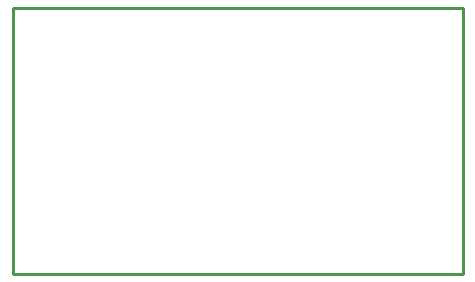
<source format=gbr>
G04 EAGLE Gerber RS-274X export*
G75*
%MOMM*%
%FSLAX34Y34*%
%LPD*%
%IN*%
%IPPOS*%
%AMOC8*
5,1,8,0,0,1.08239X$1,22.5*%
G01*
%ADD10C,0.000000*%
%ADD11C,0.254000*%


D10*
X0Y0D02*
X380800Y0D01*
X380800Y225300D01*
X0Y225300D01*
X0Y0D01*
D11*
X0Y0D02*
X380800Y0D01*
X380800Y225300D01*
X0Y225300D01*
X0Y0D01*
M02*

</source>
